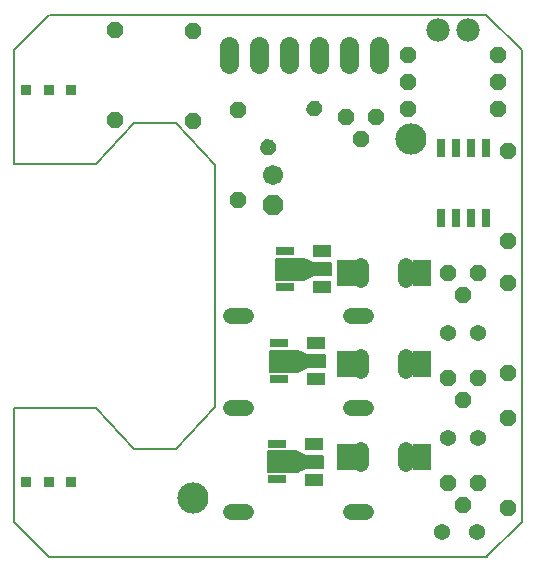
<source format=gts>
G75*
%MOIN*%
%OFA0B0*%
%FSLAX25Y25*%
%IPPOS*%
%LPD*%
%AMOC8*
5,1,8,0,0,1.08239X$1,22.5*
%
%ADD10R,0.06306X0.04337*%
%ADD11R,0.06306X0.03156*%
%ADD12C,0.00600*%
%ADD13C,0.05200*%
%ADD14OC8,0.05200*%
%ADD15OC8,0.06700*%
%ADD16C,0.06700*%
%ADD17R,0.06306X0.09061*%
%ADD18C,0.01040*%
%ADD19R,0.03000X0.06400*%
%ADD20C,0.06306*%
%ADD21C,0.00500*%
%ADD22R,0.03353X0.03353*%
%ADD23C,0.07800*%
%ADD24C,0.10400*%
%ADD25C,0.05400*%
D10*
X0105266Y0042596D03*
X0105277Y0054414D03*
X0105906Y0076143D03*
X0105917Y0087962D03*
X0107887Y0106819D03*
X0107898Y0118638D03*
D11*
X0095486Y0118634D03*
X0095521Y0106856D03*
X0093504Y0087958D03*
X0093540Y0076180D03*
X0092865Y0054411D03*
X0092900Y0042633D03*
D12*
X0016911Y0016618D02*
X0005100Y0028429D01*
X0005100Y0066518D01*
X0032600Y0066518D01*
X0045100Y0052618D01*
X0059100Y0052618D01*
X0072100Y0066618D01*
X0072100Y0147539D01*
X0059100Y0161539D01*
X0045100Y0161539D01*
X0032600Y0147639D01*
X0005100Y0147639D01*
X0005100Y0185767D01*
X0016911Y0197578D01*
X0092586Y0116218D02*
X0101802Y0116218D01*
X0104873Y0114761D01*
X0110900Y0114761D01*
X0110860Y0110660D01*
X0105188Y0110700D01*
X0101881Y0109243D01*
X0092586Y0109243D01*
X0092586Y0116218D01*
X0092586Y0115871D02*
X0102534Y0115871D01*
X0103796Y0115272D02*
X0092586Y0115272D01*
X0092586Y0114674D02*
X0110899Y0114674D01*
X0110893Y0114075D02*
X0092586Y0114075D01*
X0092586Y0113477D02*
X0110887Y0113477D01*
X0110882Y0112878D02*
X0092586Y0112878D01*
X0092586Y0112280D02*
X0110876Y0112280D01*
X0110870Y0111681D02*
X0092586Y0111681D01*
X0092586Y0111083D02*
X0110864Y0111083D01*
X0104698Y0110484D02*
X0092586Y0110484D01*
X0092586Y0109886D02*
X0103339Y0109886D01*
X0101980Y0109287D02*
X0092586Y0109287D01*
X0090605Y0085542D02*
X0099821Y0085542D01*
X0102892Y0084085D01*
X0108919Y0084085D01*
X0108879Y0079984D01*
X0103207Y0080024D01*
X0099900Y0078567D01*
X0090605Y0078567D01*
X0090605Y0085542D01*
X0090605Y0085347D02*
X0100233Y0085347D01*
X0101494Y0084748D02*
X0090605Y0084748D01*
X0090605Y0084150D02*
X0102756Y0084150D01*
X0103062Y0079960D02*
X0090605Y0079960D01*
X0090605Y0079361D02*
X0101703Y0079361D01*
X0100344Y0078763D02*
X0090605Y0078763D01*
X0090605Y0080559D02*
X0108885Y0080559D01*
X0108890Y0081157D02*
X0090605Y0081157D01*
X0090605Y0081756D02*
X0108896Y0081756D01*
X0108902Y0082354D02*
X0090605Y0082354D01*
X0090605Y0082953D02*
X0108908Y0082953D01*
X0108913Y0083551D02*
X0090605Y0083551D01*
X0089966Y0051994D02*
X0099181Y0051994D01*
X0102252Y0050538D01*
X0108279Y0050538D01*
X0108240Y0046437D01*
X0102567Y0046476D01*
X0099260Y0045020D01*
X0089966Y0045020D01*
X0089966Y0051994D01*
X0089966Y0051830D02*
X0099528Y0051830D01*
X0100790Y0051231D02*
X0089966Y0051231D01*
X0089966Y0050633D02*
X0102051Y0050633D01*
X0102492Y0046443D02*
X0089966Y0046443D01*
X0089966Y0045845D02*
X0101134Y0045845D01*
X0099775Y0045246D02*
X0089966Y0045246D01*
X0089966Y0047042D02*
X0108245Y0047042D01*
X0108251Y0047640D02*
X0089966Y0047640D01*
X0089966Y0048239D02*
X0108257Y0048239D01*
X0108263Y0048837D02*
X0089966Y0048837D01*
X0089966Y0049436D02*
X0108268Y0049436D01*
X0108274Y0050034D02*
X0089966Y0050034D01*
X0107316Y0046443D02*
X0108240Y0046443D01*
X0162580Y0016618D02*
X0174391Y0028429D01*
X0174391Y0185767D01*
X0162580Y0197578D01*
D13*
X0136000Y0113918D02*
X0136000Y0109118D01*
X0121000Y0109118D02*
X0121000Y0113918D01*
X0122398Y0097016D02*
X0117598Y0097016D01*
X0121000Y0083418D02*
X0121000Y0078618D01*
X0122397Y0066385D02*
X0117597Y0066385D01*
X0121000Y0052418D02*
X0121000Y0047618D01*
X0136000Y0047618D02*
X0136000Y0052418D01*
X0122403Y0031893D02*
X0117603Y0031893D01*
X0082403Y0031893D02*
X0077603Y0031893D01*
X0077597Y0066385D02*
X0082397Y0066385D01*
X0082398Y0097016D02*
X0077598Y0097016D01*
X0136000Y0083418D02*
X0136000Y0078618D01*
D14*
X0150000Y0076518D03*
X0155000Y0069018D03*
X0160000Y0076518D03*
X0170000Y0078018D03*
X0170000Y0063018D03*
X0160000Y0041518D03*
X0155000Y0034018D03*
X0150000Y0041518D03*
X0170000Y0033018D03*
X0155000Y0104018D03*
X0150000Y0111518D03*
X0160000Y0111518D03*
X0170000Y0108018D03*
X0170000Y0122018D03*
X0170000Y0152018D03*
X0166500Y0166018D03*
X0166500Y0175018D03*
X0166500Y0184018D03*
X0136500Y0184018D03*
X0136500Y0175018D03*
X0136500Y0166018D03*
X0126000Y0163518D03*
X0121000Y0156018D03*
X0116000Y0163518D03*
X0080042Y0165764D03*
X0064993Y0162275D03*
X0039043Y0162311D03*
X0039043Y0192311D03*
X0064993Y0192275D03*
X0080042Y0135764D03*
D15*
X0091493Y0134152D03*
D16*
X0091493Y0144152D03*
D17*
X0115902Y0111518D03*
X0141098Y0111518D03*
X0141098Y0081018D03*
X0115902Y0081018D03*
X0115902Y0050018D03*
X0141098Y0050018D03*
D18*
X0088214Y0153433D02*
X0087694Y0152913D01*
X0087844Y0154629D01*
X0089163Y0155736D01*
X0090879Y0155586D01*
X0091986Y0154267D01*
X0091836Y0152551D01*
X0090517Y0151444D01*
X0088801Y0151594D01*
X0087694Y0152913D01*
X0088499Y0153167D01*
X0088593Y0154240D01*
X0089417Y0154931D01*
X0090490Y0154837D01*
X0091181Y0154013D01*
X0091087Y0152940D01*
X0090263Y0152249D01*
X0089190Y0152343D01*
X0088499Y0153167D01*
X0089304Y0153421D01*
X0089342Y0153850D01*
X0089671Y0154126D01*
X0090100Y0154088D01*
X0090376Y0153759D01*
X0090338Y0153330D01*
X0090009Y0153054D01*
X0089580Y0153092D01*
X0089304Y0153421D01*
X0103534Y0166289D02*
X0103014Y0165769D01*
X0103164Y0167485D01*
X0104483Y0168592D01*
X0106199Y0168442D01*
X0107306Y0167123D01*
X0107156Y0165407D01*
X0105837Y0164300D01*
X0104121Y0164450D01*
X0103014Y0165769D01*
X0103819Y0166023D01*
X0103913Y0167096D01*
X0104737Y0167787D01*
X0105810Y0167693D01*
X0106501Y0166869D01*
X0106407Y0165796D01*
X0105583Y0165105D01*
X0104510Y0165199D01*
X0103819Y0166023D01*
X0104624Y0166277D01*
X0104662Y0166706D01*
X0104991Y0166982D01*
X0105420Y0166944D01*
X0105696Y0166615D01*
X0105658Y0166186D01*
X0105329Y0165910D01*
X0104900Y0165948D01*
X0104624Y0166277D01*
D19*
X0147500Y0153224D03*
X0152500Y0153224D03*
X0157500Y0153224D03*
X0162500Y0153224D03*
X0162500Y0129812D03*
X0157500Y0129812D03*
X0152500Y0129812D03*
X0147500Y0129812D03*
D20*
X0127000Y0181065D02*
X0127000Y0186971D01*
X0117000Y0186971D02*
X0117000Y0181065D01*
X0107000Y0181065D02*
X0107000Y0186971D01*
X0097000Y0186971D02*
X0097000Y0181065D01*
X0087000Y0181065D02*
X0087000Y0186971D01*
X0077000Y0186971D02*
X0077000Y0181065D01*
D21*
X0017100Y0197539D02*
X0162726Y0197539D01*
X0162726Y0016618D02*
X0017100Y0016618D01*
D22*
X0016800Y0041918D03*
X0009300Y0041918D03*
X0024300Y0041918D03*
X0024300Y0172418D03*
X0016800Y0172418D03*
X0009300Y0172418D03*
D23*
X0146500Y0192518D03*
X0156500Y0192518D03*
D24*
X0137500Y0156018D03*
X0065000Y0036518D03*
D25*
X0148000Y0025018D03*
X0159500Y0025018D03*
X0160000Y0056518D03*
X0150000Y0056518D03*
X0150000Y0091518D03*
X0160000Y0091518D03*
M02*

</source>
